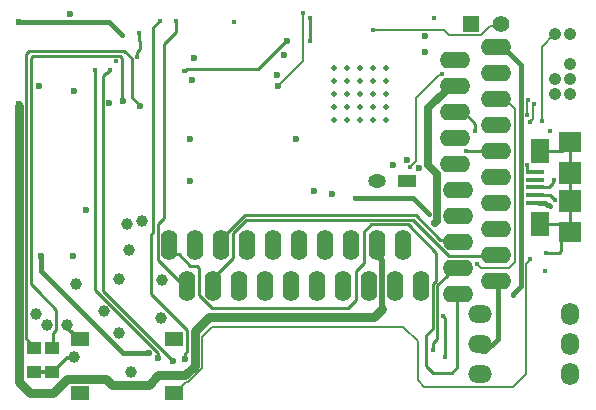
<source format=gtl>
G04*
G04 #@! TF.GenerationSoftware,Altium Limited,Altium Designer,21.1.1 (26)*
G04*
G04 Layer_Physical_Order=1*
G04 Layer_Color=255*
%FSLAX25Y25*%
%MOIN*%
G70*
G04*
G04 #@! TF.SameCoordinates,D6B6CD0C-24BE-41C4-A853-45D6888EAD6D*
G04*
G04*
G04 #@! TF.FilePolarity,Positive*
G04*
G01*
G75*
%ADD10C,0.00984*%
%ADD11C,0.01000*%
%ADD12C,0.00787*%
%ADD13C,0.00600*%
%ADD14R,0.04724X0.04331*%
%ADD15R,0.06102X0.05118*%
%ADD16R,0.07480X0.07480*%
%ADD17R,0.07480X0.07087*%
%ADD18R,0.06496X0.01575*%
%ADD19R,0.06299X0.08268*%
%ADD38C,0.01500*%
%ADD39C,0.00800*%
%ADD40C,0.03000*%
%ADD41C,0.01200*%
%ADD42C,0.00898*%
%ADD43C,0.02500*%
%ADD44C,0.02000*%
%ADD45R,0.05512X0.05512*%
%ADD46C,0.05512*%
%ADD47O,0.05512X0.10236*%
%ADD48O,0.10236X0.05512*%
%ADD49R,0.06000X0.04400*%
%ADD50O,0.06000X0.04400*%
%ADD51O,0.06000X0.07500*%
%ADD52O,0.07874X0.05906*%
%ADD53C,0.04134*%
%ADD54C,0.01772*%
%ADD55C,0.03937*%
%ADD56C,0.02362*%
%ADD57C,0.01968*%
D10*
X217061Y243697D02*
Y250473D01*
X210917Y256617D02*
X217061Y250473D01*
X215900Y242536D02*
X217061Y243697D01*
X215900Y238034D02*
Y242536D01*
X215700Y237834D02*
X215900Y238034D01*
D11*
X252436Y236820D02*
Y236820D01*
X232445Y256811D02*
X252436Y236820D01*
X232445Y256811D02*
Y328345D01*
X252436Y236820D02*
X255857Y233400D01*
X230100Y256898D02*
Y330365D01*
X250871Y234729D02*
X251100Y234500D01*
X250871Y234729D02*
Y236127D01*
X230100Y256898D02*
X250871Y236127D01*
X248500Y255714D02*
Y275461D01*
Y255714D02*
X260500Y243714D01*
Y236400D02*
Y243714D01*
X260000Y235900D02*
X260500Y236400D01*
X260000Y233891D02*
Y235900D01*
X208533Y259001D02*
X210917Y256617D01*
X209803Y237834D02*
X210000D01*
X208138Y239499D02*
X209803Y237834D01*
X208138Y239499D02*
Y239696D01*
X207000Y240834D02*
X208138Y239696D01*
X264700Y255240D02*
X269040Y250900D01*
X264000Y265100D02*
X264700Y264400D01*
Y255240D02*
Y264400D01*
X340200Y241800D02*
X342600Y244200D01*
X340200Y231852D02*
Y241800D01*
Y231852D02*
X342599Y229453D01*
X349835Y255732D02*
X350600Y254967D01*
Y231200D02*
Y254967D01*
X348853Y229453D02*
X350600Y231200D01*
X342599Y229453D02*
X348853D01*
X342600Y259139D02*
X343600Y260139D01*
X342600Y244200D02*
Y259139D01*
X347144Y261844D02*
X349693Y264394D01*
X344000Y240700D02*
Y258559D01*
X347144Y261703D02*
Y261844D01*
X344000Y258559D02*
X347144Y261703D01*
X349693Y264394D02*
X349835D01*
X342599Y239299D02*
X344000Y240700D01*
X342599Y236901D02*
Y239299D01*
X343600Y260139D02*
Y269500D01*
X322100Y278900D02*
X334200D01*
X343600Y269500D01*
X319700Y276500D02*
X322100Y278900D01*
X335800Y280500D02*
X347812Y268489D01*
X280424Y280500D02*
X335800D01*
X275813Y275888D02*
X280424Y280500D01*
X279800Y281900D02*
X336900D01*
X271941Y274041D02*
X279800Y281900D01*
X336900D02*
X345099Y273701D01*
X347812Y268489D02*
X363002D01*
X317000Y263200D02*
X319700Y265900D01*
X269040Y250900D02*
X314300D01*
X317000Y253600D01*
Y263200D01*
X319700Y265900D02*
Y276500D01*
X261586Y265100D02*
X264000D01*
X254619Y270961D02*
Y272067D01*
Y270961D02*
X256703Y268877D01*
X257809D01*
X261586Y265100D01*
X346700Y234800D02*
Y247558D01*
X345982Y248276D02*
Y248485D01*
Y248276D02*
X346700Y247558D01*
X345099Y273701D02*
X348205D01*
X374356Y296418D02*
X377869D01*
X374068Y296706D02*
X374356Y296418D01*
X374068Y296706D02*
Y298587D01*
X363002Y268489D02*
Y268724D01*
X363614D01*
X270274Y262114D02*
X275813Y267653D01*
Y275888D01*
X270274Y259376D02*
Y262114D01*
X269185Y258287D02*
X270274Y259376D01*
X271941Y272067D02*
Y274041D01*
X301500Y347577D02*
X301609Y347686D01*
X301500Y340047D02*
Y347577D01*
X258100Y259863D02*
X262100D01*
X348205Y273701D02*
X349835Y272071D01*
X380300Y269500D02*
X384574D01*
X385160Y270086D02*
Y273296D01*
X384574Y269500D02*
X385160Y270086D01*
X381647Y288741D02*
X383274Y287114D01*
X377869Y288741D02*
X381647D01*
X382718Y293538D02*
X382866Y293686D01*
X382718Y292793D02*
Y293538D01*
X381226Y291300D02*
X382718Y292793D01*
X377869Y291300D02*
X381226D01*
X346600Y234700D02*
X346700Y234800D01*
X312493Y258287D02*
Y261693D01*
X250800Y267163D02*
Y278880D01*
X249400Y344613D02*
X251472Y346686D01*
X252900Y280980D02*
Y339081D01*
X250800Y278880D02*
X252900Y280980D01*
X248500Y275461D02*
X249400Y276361D01*
Y344613D01*
X250800Y267163D02*
X258100Y259863D01*
X238328Y335186D02*
X239100Y334414D01*
X209305Y335186D02*
X238328D01*
X208533Y334414D02*
X209305Y335186D01*
X207772Y336586D02*
X239728D01*
X242114Y334200D01*
X207000Y335814D02*
X207772Y336586D01*
X257000Y343181D02*
Y346686D01*
X244524Y340257D02*
X245000Y339781D01*
X244524Y340257D02*
Y342667D01*
X245000Y337500D02*
Y339781D01*
X388203Y276339D02*
X388400D01*
X385160Y273296D02*
X388203Y276339D01*
X385644Y279095D02*
X388400Y276339D01*
X378361Y279095D02*
X385644D01*
X388400Y286576D02*
Y296024D01*
Y276339D02*
Y286576D01*
Y296024D02*
Y306261D01*
X385644Y303505D02*
X388400Y306261D01*
X378361Y303505D02*
X385644D01*
X242114Y321286D02*
Y334200D01*
Y321286D02*
X244900Y318500D01*
X239100Y320000D02*
Y334414D01*
Y320000D02*
X239200Y319900D01*
X207000Y240834D02*
Y335814D01*
X208533Y259001D02*
Y334414D01*
X232445Y328345D02*
X233449Y329349D01*
X233875D01*
X234891Y330365D01*
X235100D01*
X284400Y330600D02*
X293719Y339919D01*
X293800D01*
X260498Y330600D02*
X284400D01*
X259823Y329925D02*
X260498Y330600D01*
X259614Y329925D02*
X259823D01*
X252900Y339081D02*
X257000Y343181D01*
X244000Y334531D02*
Y336500D01*
X245000Y337500D01*
D12*
X357200Y265800D02*
X357323D01*
X358723Y264400D01*
X367800D01*
X369900Y266500D02*
Y317256D01*
X367800Y264400D02*
X369900Y266500D01*
X366463Y320693D02*
X369900Y317256D01*
X363614Y320693D02*
X366463D01*
D13*
X347900Y342000D02*
X358700D01*
X346119Y343781D02*
X347900Y342000D01*
X358700D02*
X361744Y345044D01*
X322681Y343781D02*
X346119D01*
X361744Y345044D02*
X364644D01*
X365400Y345800D01*
X322600Y343700D02*
X322681Y343781D01*
D14*
X209500Y229566D02*
D03*
Y237834D02*
D03*
X215700Y229566D02*
D03*
Y237834D02*
D03*
D15*
X256250Y240558D02*
D03*
Y222842D02*
D03*
X224950D02*
D03*
Y240558D02*
D03*
D16*
X388400Y296024D02*
D03*
Y286576D02*
D03*
D17*
Y306261D02*
D03*
Y276339D02*
D03*
D18*
X376687Y291300D02*
D03*
Y288741D02*
D03*
Y286182D02*
D03*
Y293859D02*
D03*
Y296418D02*
D03*
D19*
X378361Y279095D02*
D03*
Y303505D02*
D03*
D38*
X369200Y255574D02*
X371900Y258274D01*
Y332092D01*
X367287Y336705D02*
X371900Y332092D01*
X336068Y287696D02*
X341364Y282400D01*
X316543Y287696D02*
X336068D01*
X316500Y287653D02*
X316543Y287696D01*
X369200Y255500D02*
Y255574D01*
X366302Y336705D02*
X367287D01*
X365976Y337032D02*
X366302Y336705D01*
X381613Y285000D02*
X381686D01*
X381368Y285244D02*
X381613Y285000D01*
X380676Y285244D02*
X381368D01*
X379776Y286144D02*
X380676Y285244D01*
X377906Y286144D02*
X379776D01*
X377869Y286182D02*
X377906Y286144D01*
X363614Y260063D02*
X364156Y259521D01*
Y240756D02*
Y259521D01*
X239417Y236083D02*
X247800D01*
X212100Y263400D02*
X239417Y236083D01*
X212100Y263400D02*
Y268200D01*
X234500Y346500D02*
X239000Y342000D01*
X204636Y346500D02*
X234500D01*
X359069Y236653D02*
X360053D01*
X364156Y240756D01*
D39*
X374036Y315268D02*
Y319810D01*
X374283Y320057D02*
Y320320D01*
X374036Y319810D02*
X374283Y320057D01*
X374036Y315268D02*
X374036Y315268D01*
X375976Y318162D02*
Y318776D01*
X375822Y318008D02*
X375976Y318162D01*
X375822Y314123D02*
Y318008D01*
X375976Y318776D02*
X376162Y318962D01*
X374994Y313295D02*
X375822Y314123D01*
X374994Y313032D02*
Y313295D01*
X383100Y342200D02*
X383300Y342400D01*
X373557Y229157D02*
Y265693D01*
X375000Y267136D01*
Y267200D01*
X379000Y313500D02*
Y338100D01*
X383100Y342200D01*
X369200Y224800D02*
X373557Y229157D01*
X382900Y342400D02*
X383300D01*
X339700Y224800D02*
X369200D01*
X337450Y227050D02*
Y239950D01*
Y227050D02*
X339700Y224800D01*
X332700Y244700D02*
X337450Y239950D01*
X269000Y244700D02*
X332700D01*
X265600Y241300D02*
X269000Y244700D01*
X256742Y222842D02*
X260200Y226300D01*
X260995D02*
X265600Y230905D01*
Y241300D01*
X256250Y222842D02*
X256742D01*
X260200Y226300D02*
X260995D01*
X334884Y297990D02*
X335062D01*
X337088Y300015D01*
Y321088D01*
X344891Y328668D02*
X345323Y329100D01*
X345586D01*
X344668Y328668D02*
X344891D01*
X337088Y321088D02*
X344668Y328668D01*
X290842Y324942D02*
X299200Y333300D01*
Y349500D01*
D40*
X208137Y222700D02*
X216048D01*
X204500Y226337D02*
Y318500D01*
X204500Y226337D02*
X208137Y222700D01*
X260043Y228600D02*
X263181Y231738D01*
X250900Y228600D02*
X260043D01*
X263181Y231738D02*
Y243224D01*
X268057Y248100D01*
X247800Y225500D02*
X250900Y228600D01*
X235500Y225500D02*
X247800D01*
X233699Y227301D02*
X235500Y225500D01*
X216048Y222700D02*
X220649Y227301D01*
X233699D01*
X268057Y248100D02*
X322874D01*
X325500Y250726D01*
D41*
X221224Y243793D02*
Y244676D01*
Y243793D02*
X224458Y240558D01*
X224950D01*
X220700Y245200D02*
X221224Y244676D01*
X215897Y229566D02*
X220607Y234276D01*
X222576D01*
X215700Y229566D02*
X215897D01*
X222576Y234276D02*
X223100Y234800D01*
X209500Y229566D02*
X215700D01*
D42*
X363584Y303400D02*
X363614Y303370D01*
X353600Y303400D02*
X363584D01*
X356709Y310137D02*
Y312491D01*
X352838Y316362D02*
X356709Y312491D01*
X349835Y316362D02*
X352838D01*
D43*
X343113Y279223D02*
X344000Y280111D01*
Y295800D01*
X341000Y298800D02*
Y317567D01*
Y298800D02*
X344000Y295800D01*
X341000Y317567D02*
X347472Y324039D01*
X349835D01*
D44*
X325500Y250726D02*
Y267164D01*
X324582Y268083D02*
X325500Y267164D01*
X324582Y268083D02*
Y272739D01*
D45*
X355400Y345800D02*
D03*
D46*
X365400D02*
D03*
D47*
X303831Y258287D02*
D03*
X306587Y272067D02*
D03*
X332571D02*
D03*
X323910D02*
D03*
X315248D02*
D03*
X297926D02*
D03*
X289264D02*
D03*
X271941D02*
D03*
X263280D02*
D03*
X254619D02*
D03*
X280603D02*
D03*
X260524Y258287D02*
D03*
X269185D02*
D03*
X277847D02*
D03*
X286508D02*
D03*
X295170D02*
D03*
X312493D02*
D03*
X321154D02*
D03*
X329815D02*
D03*
X338477D02*
D03*
D48*
X363614Y303370D02*
D03*
X349835Y307701D02*
D03*
X363614Y260063D02*
D03*
Y268724D02*
D03*
Y277386D02*
D03*
Y286047D02*
D03*
Y294709D02*
D03*
Y312032D02*
D03*
Y320693D02*
D03*
Y329354D02*
D03*
Y338016D02*
D03*
X350835Y255732D02*
D03*
Y264394D02*
D03*
Y273055D02*
D03*
Y281716D02*
D03*
Y290378D02*
D03*
X349835Y299039D02*
D03*
Y316362D02*
D03*
Y325024D02*
D03*
Y333685D02*
D03*
D49*
X334000Y293500D02*
D03*
D50*
X324000D02*
D03*
D51*
X388366Y248994D02*
D03*
Y238994D02*
D03*
Y228994D02*
D03*
D52*
X358234Y249006D02*
D03*
Y239006D02*
D03*
Y229006D02*
D03*
D53*
X383300Y342400D02*
D03*
X388300D02*
D03*
Y332400D02*
D03*
X383300Y327400D02*
D03*
Y322400D02*
D03*
X388300Y327400D02*
D03*
Y322400D02*
D03*
D54*
X374994Y313032D02*
D03*
X374036Y315268D02*
D03*
X376162Y318962D02*
D03*
X374283Y320320D02*
D03*
X343000Y347600D02*
D03*
X357200Y265800D02*
D03*
X375000Y267200D02*
D03*
X379000Y313500D02*
D03*
X341364Y282400D02*
D03*
X345982Y248485D02*
D03*
X353600Y303400D02*
D03*
X343113Y279223D02*
D03*
X356709Y310137D02*
D03*
X316500Y287653D02*
D03*
X334884Y297990D02*
D03*
X374068Y298587D02*
D03*
X322600Y343700D02*
D03*
X345586Y329100D02*
D03*
X301609Y347686D02*
D03*
X381500Y310000D02*
D03*
X380300Y269500D02*
D03*
X383274Y287114D02*
D03*
X382866Y293686D02*
D03*
X381686Y285000D02*
D03*
X369200Y255500D02*
D03*
X342599Y236901D02*
D03*
X346600Y234700D02*
D03*
X237000Y333300D02*
D03*
X244524Y342667D02*
D03*
X257000Y346686D02*
D03*
X251472D02*
D03*
X276300Y346400D02*
D03*
X379800Y263500D02*
D03*
X235100Y330365D02*
D03*
X230100D02*
D03*
X259614Y329925D02*
D03*
X299200Y349500D02*
D03*
X301500Y340047D02*
D03*
X239000Y342000D02*
D03*
X244000Y334531D02*
D03*
D55*
X237800Y242800D02*
D03*
X220700Y245200D02*
D03*
X245524Y280192D02*
D03*
X210400Y249100D02*
D03*
X241800Y229800D02*
D03*
X223100Y234800D02*
D03*
X240500Y279000D02*
D03*
X241400Y270300D02*
D03*
X252200Y260200D02*
D03*
X252100Y247600D02*
D03*
X238100Y260600D02*
D03*
X232900Y249900D02*
D03*
X223700Y259000D02*
D03*
X214100Y245500D02*
D03*
D56*
X334000Y300400D02*
D03*
X338069Y297835D02*
D03*
X339919Y341800D02*
D03*
Y336400D02*
D03*
X309000Y289100D02*
D03*
X329228Y298628D02*
D03*
X290500Y328800D02*
D03*
X290842Y324942D02*
D03*
X227100Y283700D02*
D03*
X247800Y236083D02*
D03*
X260000Y233891D02*
D03*
X255857Y233400D02*
D03*
X251036Y234500D02*
D03*
X244900Y318500D02*
D03*
X239200Y319900D02*
D03*
X221500Y349000D02*
D03*
X211431Y325069D02*
D03*
X297000Y307319D02*
D03*
X261500Y307500D02*
D03*
X261600Y293500D02*
D03*
X293800Y339919D02*
D03*
X293000Y335200D02*
D03*
X303092Y289931D02*
D03*
X263000Y334400D02*
D03*
X262300Y327000D02*
D03*
X212100Y268500D02*
D03*
X234626Y319500D02*
D03*
X222965Y323500D02*
D03*
X204500Y319000D02*
D03*
X204636Y346500D02*
D03*
X222500Y268300D02*
D03*
D57*
X309669Y313669D02*
D03*
X314000D02*
D03*
X318331D02*
D03*
X322661D02*
D03*
X326992D02*
D03*
X309669Y318000D02*
D03*
X314000D02*
D03*
X318331D02*
D03*
X322661D02*
D03*
X326992D02*
D03*
X309669Y322331D02*
D03*
X314000D02*
D03*
X318331D02*
D03*
X322661D02*
D03*
X326992D02*
D03*
X309669Y326661D02*
D03*
X314000D02*
D03*
X318331D02*
D03*
X322661D02*
D03*
X326992D02*
D03*
X309669Y330992D02*
D03*
X314000D02*
D03*
X318331D02*
D03*
X322661D02*
D03*
X326992D02*
D03*
M02*

</source>
